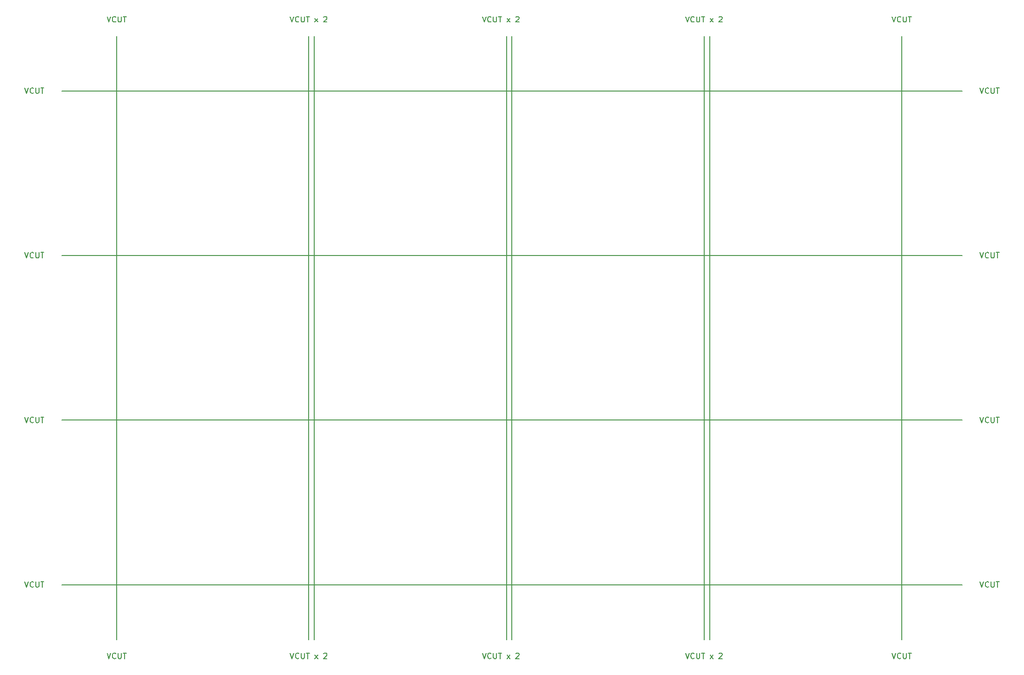
<source format=gbr>
G04 #@! TF.GenerationSoftware,KiCad,Pcbnew,5.1.5-52549c5~84~ubuntu19.04.1*
G04 #@! TF.CreationDate,2020-02-24T15:22:40-06:00*
G04 #@! TF.ProjectId,LeashPCB,4c656173-6850-4434-922e-6b696361645f,rev?*
G04 #@! TF.SameCoordinates,Original*
G04 #@! TF.FileFunction,Other,ECO1*
%FSLAX46Y46*%
G04 Gerber Fmt 4.6, Leading zero omitted, Abs format (unit mm)*
G04 Created by KiCad (PCBNEW 5.1.5-52549c5~84~ubuntu19.04.1) date 2020-02-24 15:22:40*
%MOMM*%
%LPD*%
G04 APERTURE LIST*
%ADD10C,0.150000*%
G04 APERTURE END LIST*
D10*
X234499047Y-153552380D02*
X234832380Y-154552380D01*
X235165714Y-153552380D01*
X236070476Y-154457142D02*
X236022857Y-154504761D01*
X235880000Y-154552380D01*
X235784761Y-154552380D01*
X235641904Y-154504761D01*
X235546666Y-154409523D01*
X235499047Y-154314285D01*
X235451428Y-154123809D01*
X235451428Y-153980952D01*
X235499047Y-153790476D01*
X235546666Y-153695238D01*
X235641904Y-153600000D01*
X235784761Y-153552380D01*
X235880000Y-153552380D01*
X236022857Y-153600000D01*
X236070476Y-153647619D01*
X236499047Y-153552380D02*
X236499047Y-154361904D01*
X236546666Y-154457142D01*
X236594285Y-154504761D01*
X236689523Y-154552380D01*
X236880000Y-154552380D01*
X236975238Y-154504761D01*
X237022857Y-154457142D01*
X237070476Y-154361904D01*
X237070476Y-153552380D01*
X237403809Y-153552380D02*
X237975238Y-153552380D01*
X237689523Y-154552380D02*
X237689523Y-153552380D01*
X238975238Y-154552380D02*
X239499047Y-153885714D01*
X238975238Y-153885714D02*
X239499047Y-154552380D01*
X240594285Y-153647619D02*
X240641904Y-153600000D01*
X240737142Y-153552380D01*
X240975238Y-153552380D01*
X241070476Y-153600000D01*
X241118095Y-153647619D01*
X241165714Y-153742857D01*
X241165714Y-153838095D01*
X241118095Y-153980952D01*
X240546666Y-154552380D01*
X241165714Y-154552380D01*
X197499047Y-153552380D02*
X197832380Y-154552380D01*
X198165714Y-153552380D01*
X199070476Y-154457142D02*
X199022857Y-154504761D01*
X198880000Y-154552380D01*
X198784761Y-154552380D01*
X198641904Y-154504761D01*
X198546666Y-154409523D01*
X198499047Y-154314285D01*
X198451428Y-154123809D01*
X198451428Y-153980952D01*
X198499047Y-153790476D01*
X198546666Y-153695238D01*
X198641904Y-153600000D01*
X198784761Y-153552380D01*
X198880000Y-153552380D01*
X199022857Y-153600000D01*
X199070476Y-153647619D01*
X199499047Y-153552380D02*
X199499047Y-154361904D01*
X199546666Y-154457142D01*
X199594285Y-154504761D01*
X199689523Y-154552380D01*
X199880000Y-154552380D01*
X199975238Y-154504761D01*
X200022857Y-154457142D01*
X200070476Y-154361904D01*
X200070476Y-153552380D01*
X200403809Y-153552380D02*
X200975238Y-153552380D01*
X200689523Y-154552380D02*
X200689523Y-153552380D01*
X201975238Y-154552380D02*
X202499047Y-153885714D01*
X201975238Y-153885714D02*
X202499047Y-154552380D01*
X203594285Y-153647619D02*
X203641904Y-153600000D01*
X203737142Y-153552380D01*
X203975238Y-153552380D01*
X204070476Y-153600000D01*
X204118095Y-153647619D01*
X204165714Y-153742857D01*
X204165714Y-153838095D01*
X204118095Y-153980952D01*
X203546666Y-154552380D01*
X204165714Y-154552380D01*
X129141904Y-153552380D02*
X129475238Y-154552380D01*
X129808571Y-153552380D01*
X130713333Y-154457142D02*
X130665714Y-154504761D01*
X130522857Y-154552380D01*
X130427619Y-154552380D01*
X130284761Y-154504761D01*
X130189523Y-154409523D01*
X130141904Y-154314285D01*
X130094285Y-154123809D01*
X130094285Y-153980952D01*
X130141904Y-153790476D01*
X130189523Y-153695238D01*
X130284761Y-153600000D01*
X130427619Y-153552380D01*
X130522857Y-153552380D01*
X130665714Y-153600000D01*
X130713333Y-153647619D01*
X131141904Y-153552380D02*
X131141904Y-154361904D01*
X131189523Y-154457142D01*
X131237142Y-154504761D01*
X131332380Y-154552380D01*
X131522857Y-154552380D01*
X131618095Y-154504761D01*
X131665714Y-154457142D01*
X131713333Y-154361904D01*
X131713333Y-153552380D01*
X132046666Y-153552380D02*
X132618095Y-153552380D01*
X132332380Y-154552380D02*
X132332380Y-153552380D01*
X272141904Y-153552380D02*
X272475238Y-154552380D01*
X272808571Y-153552380D01*
X273713333Y-154457142D02*
X273665714Y-154504761D01*
X273522857Y-154552380D01*
X273427619Y-154552380D01*
X273284761Y-154504761D01*
X273189523Y-154409523D01*
X273141904Y-154314285D01*
X273094285Y-154123809D01*
X273094285Y-153980952D01*
X273141904Y-153790476D01*
X273189523Y-153695238D01*
X273284761Y-153600000D01*
X273427619Y-153552380D01*
X273522857Y-153552380D01*
X273665714Y-153600000D01*
X273713333Y-153647619D01*
X274141904Y-153552380D02*
X274141904Y-154361904D01*
X274189523Y-154457142D01*
X274237142Y-154504761D01*
X274332380Y-154552380D01*
X274522857Y-154552380D01*
X274618095Y-154504761D01*
X274665714Y-154457142D01*
X274713333Y-154361904D01*
X274713333Y-153552380D01*
X275046666Y-153552380D02*
X275618095Y-153552380D01*
X275332380Y-154552380D02*
X275332380Y-153552380D01*
X162499047Y-153552380D02*
X162832380Y-154552380D01*
X163165714Y-153552380D01*
X164070476Y-154457142D02*
X164022857Y-154504761D01*
X163880000Y-154552380D01*
X163784761Y-154552380D01*
X163641904Y-154504761D01*
X163546666Y-154409523D01*
X163499047Y-154314285D01*
X163451428Y-154123809D01*
X163451428Y-153980952D01*
X163499047Y-153790476D01*
X163546666Y-153695238D01*
X163641904Y-153600000D01*
X163784761Y-153552380D01*
X163880000Y-153552380D01*
X164022857Y-153600000D01*
X164070476Y-153647619D01*
X164499047Y-153552380D02*
X164499047Y-154361904D01*
X164546666Y-154457142D01*
X164594285Y-154504761D01*
X164689523Y-154552380D01*
X164880000Y-154552380D01*
X164975238Y-154504761D01*
X165022857Y-154457142D01*
X165070476Y-154361904D01*
X165070476Y-153552380D01*
X165403809Y-153552380D02*
X165975238Y-153552380D01*
X165689523Y-154552380D02*
X165689523Y-153552380D01*
X166975238Y-154552380D02*
X167499047Y-153885714D01*
X166975238Y-153885714D02*
X167499047Y-154552380D01*
X168594285Y-153647619D02*
X168641904Y-153600000D01*
X168737142Y-153552380D01*
X168975238Y-153552380D01*
X169070476Y-153600000D01*
X169118095Y-153647619D01*
X169165714Y-153742857D01*
X169165714Y-153838095D01*
X169118095Y-153980952D01*
X168546666Y-154552380D01*
X169165714Y-154552380D01*
X272141904Y-37552380D02*
X272475238Y-38552380D01*
X272808571Y-37552380D01*
X273713333Y-38457142D02*
X273665714Y-38504761D01*
X273522857Y-38552380D01*
X273427619Y-38552380D01*
X273284761Y-38504761D01*
X273189523Y-38409523D01*
X273141904Y-38314285D01*
X273094285Y-38123809D01*
X273094285Y-37980952D01*
X273141904Y-37790476D01*
X273189523Y-37695238D01*
X273284761Y-37600000D01*
X273427619Y-37552380D01*
X273522857Y-37552380D01*
X273665714Y-37600000D01*
X273713333Y-37647619D01*
X274141904Y-37552380D02*
X274141904Y-38361904D01*
X274189523Y-38457142D01*
X274237142Y-38504761D01*
X274332380Y-38552380D01*
X274522857Y-38552380D01*
X274618095Y-38504761D01*
X274665714Y-38457142D01*
X274713333Y-38361904D01*
X274713333Y-37552380D01*
X275046666Y-37552380D02*
X275618095Y-37552380D01*
X275332380Y-38552380D02*
X275332380Y-37552380D01*
X234499047Y-37552380D02*
X234832380Y-38552380D01*
X235165714Y-37552380D01*
X236070476Y-38457142D02*
X236022857Y-38504761D01*
X235880000Y-38552380D01*
X235784761Y-38552380D01*
X235641904Y-38504761D01*
X235546666Y-38409523D01*
X235499047Y-38314285D01*
X235451428Y-38123809D01*
X235451428Y-37980952D01*
X235499047Y-37790476D01*
X235546666Y-37695238D01*
X235641904Y-37600000D01*
X235784761Y-37552380D01*
X235880000Y-37552380D01*
X236022857Y-37600000D01*
X236070476Y-37647619D01*
X236499047Y-37552380D02*
X236499047Y-38361904D01*
X236546666Y-38457142D01*
X236594285Y-38504761D01*
X236689523Y-38552380D01*
X236880000Y-38552380D01*
X236975238Y-38504761D01*
X237022857Y-38457142D01*
X237070476Y-38361904D01*
X237070476Y-37552380D01*
X237403809Y-37552380D02*
X237975238Y-37552380D01*
X237689523Y-38552380D02*
X237689523Y-37552380D01*
X238975238Y-38552380D02*
X239499047Y-37885714D01*
X238975238Y-37885714D02*
X239499047Y-38552380D01*
X240594285Y-37647619D02*
X240641904Y-37600000D01*
X240737142Y-37552380D01*
X240975238Y-37552380D01*
X241070476Y-37600000D01*
X241118095Y-37647619D01*
X241165714Y-37742857D01*
X241165714Y-37838095D01*
X241118095Y-37980952D01*
X240546666Y-38552380D01*
X241165714Y-38552380D01*
X197499047Y-37552380D02*
X197832380Y-38552380D01*
X198165714Y-37552380D01*
X199070476Y-38457142D02*
X199022857Y-38504761D01*
X198880000Y-38552380D01*
X198784761Y-38552380D01*
X198641904Y-38504761D01*
X198546666Y-38409523D01*
X198499047Y-38314285D01*
X198451428Y-38123809D01*
X198451428Y-37980952D01*
X198499047Y-37790476D01*
X198546666Y-37695238D01*
X198641904Y-37600000D01*
X198784761Y-37552380D01*
X198880000Y-37552380D01*
X199022857Y-37600000D01*
X199070476Y-37647619D01*
X199499047Y-37552380D02*
X199499047Y-38361904D01*
X199546666Y-38457142D01*
X199594285Y-38504761D01*
X199689523Y-38552380D01*
X199880000Y-38552380D01*
X199975238Y-38504761D01*
X200022857Y-38457142D01*
X200070476Y-38361904D01*
X200070476Y-37552380D01*
X200403809Y-37552380D02*
X200975238Y-37552380D01*
X200689523Y-38552380D02*
X200689523Y-37552380D01*
X201975238Y-38552380D02*
X202499047Y-37885714D01*
X201975238Y-37885714D02*
X202499047Y-38552380D01*
X203594285Y-37647619D02*
X203641904Y-37600000D01*
X203737142Y-37552380D01*
X203975238Y-37552380D01*
X204070476Y-37600000D01*
X204118095Y-37647619D01*
X204165714Y-37742857D01*
X204165714Y-37838095D01*
X204118095Y-37980952D01*
X203546666Y-38552380D01*
X204165714Y-38552380D01*
X162499047Y-37552380D02*
X162832380Y-38552380D01*
X163165714Y-37552380D01*
X164070476Y-38457142D02*
X164022857Y-38504761D01*
X163880000Y-38552380D01*
X163784761Y-38552380D01*
X163641904Y-38504761D01*
X163546666Y-38409523D01*
X163499047Y-38314285D01*
X163451428Y-38123809D01*
X163451428Y-37980952D01*
X163499047Y-37790476D01*
X163546666Y-37695238D01*
X163641904Y-37600000D01*
X163784761Y-37552380D01*
X163880000Y-37552380D01*
X164022857Y-37600000D01*
X164070476Y-37647619D01*
X164499047Y-37552380D02*
X164499047Y-38361904D01*
X164546666Y-38457142D01*
X164594285Y-38504761D01*
X164689523Y-38552380D01*
X164880000Y-38552380D01*
X164975238Y-38504761D01*
X165022857Y-38457142D01*
X165070476Y-38361904D01*
X165070476Y-37552380D01*
X165403809Y-37552380D02*
X165975238Y-37552380D01*
X165689523Y-38552380D02*
X165689523Y-37552380D01*
X166975238Y-38552380D02*
X167499047Y-37885714D01*
X166975238Y-37885714D02*
X167499047Y-38552380D01*
X168594285Y-37647619D02*
X168641904Y-37600000D01*
X168737142Y-37552380D01*
X168975238Y-37552380D01*
X169070476Y-37600000D01*
X169118095Y-37647619D01*
X169165714Y-37742857D01*
X169165714Y-37838095D01*
X169118095Y-37980952D01*
X168546666Y-38552380D01*
X169165714Y-38552380D01*
X129141904Y-37552380D02*
X129475238Y-38552380D01*
X129808571Y-37552380D01*
X130713333Y-38457142D02*
X130665714Y-38504761D01*
X130522857Y-38552380D01*
X130427619Y-38552380D01*
X130284761Y-38504761D01*
X130189523Y-38409523D01*
X130141904Y-38314285D01*
X130094285Y-38123809D01*
X130094285Y-37980952D01*
X130141904Y-37790476D01*
X130189523Y-37695238D01*
X130284761Y-37600000D01*
X130427619Y-37552380D01*
X130522857Y-37552380D01*
X130665714Y-37600000D01*
X130713333Y-37647619D01*
X131141904Y-37552380D02*
X131141904Y-38361904D01*
X131189523Y-38457142D01*
X131237142Y-38504761D01*
X131332380Y-38552380D01*
X131522857Y-38552380D01*
X131618095Y-38504761D01*
X131665714Y-38457142D01*
X131713333Y-38361904D01*
X131713333Y-37552380D01*
X132046666Y-37552380D02*
X132618095Y-37552380D01*
X132332380Y-38552380D02*
X132332380Y-37552380D01*
X288141904Y-80552380D02*
X288475238Y-81552380D01*
X288808571Y-80552380D01*
X289713333Y-81457142D02*
X289665714Y-81504761D01*
X289522857Y-81552380D01*
X289427619Y-81552380D01*
X289284761Y-81504761D01*
X289189523Y-81409523D01*
X289141904Y-81314285D01*
X289094285Y-81123809D01*
X289094285Y-80980952D01*
X289141904Y-80790476D01*
X289189523Y-80695238D01*
X289284761Y-80600000D01*
X289427619Y-80552380D01*
X289522857Y-80552380D01*
X289665714Y-80600000D01*
X289713333Y-80647619D01*
X290141904Y-80552380D02*
X290141904Y-81361904D01*
X290189523Y-81457142D01*
X290237142Y-81504761D01*
X290332380Y-81552380D01*
X290522857Y-81552380D01*
X290618095Y-81504761D01*
X290665714Y-81457142D01*
X290713333Y-81361904D01*
X290713333Y-80552380D01*
X291046666Y-80552380D02*
X291618095Y-80552380D01*
X291332380Y-81552380D02*
X291332380Y-80552380D01*
X288141904Y-140552380D02*
X288475238Y-141552380D01*
X288808571Y-140552380D01*
X289713333Y-141457142D02*
X289665714Y-141504761D01*
X289522857Y-141552380D01*
X289427619Y-141552380D01*
X289284761Y-141504761D01*
X289189523Y-141409523D01*
X289141904Y-141314285D01*
X289094285Y-141123809D01*
X289094285Y-140980952D01*
X289141904Y-140790476D01*
X289189523Y-140695238D01*
X289284761Y-140600000D01*
X289427619Y-140552380D01*
X289522857Y-140552380D01*
X289665714Y-140600000D01*
X289713333Y-140647619D01*
X290141904Y-140552380D02*
X290141904Y-141361904D01*
X290189523Y-141457142D01*
X290237142Y-141504761D01*
X290332380Y-141552380D01*
X290522857Y-141552380D01*
X290618095Y-141504761D01*
X290665714Y-141457142D01*
X290713333Y-141361904D01*
X290713333Y-140552380D01*
X291046666Y-140552380D02*
X291618095Y-140552380D01*
X291332380Y-141552380D02*
X291332380Y-140552380D01*
X288141904Y-50552380D02*
X288475238Y-51552380D01*
X288808571Y-50552380D01*
X289713333Y-51457142D02*
X289665714Y-51504761D01*
X289522857Y-51552380D01*
X289427619Y-51552380D01*
X289284761Y-51504761D01*
X289189523Y-51409523D01*
X289141904Y-51314285D01*
X289094285Y-51123809D01*
X289094285Y-50980952D01*
X289141904Y-50790476D01*
X289189523Y-50695238D01*
X289284761Y-50600000D01*
X289427619Y-50552380D01*
X289522857Y-50552380D01*
X289665714Y-50600000D01*
X289713333Y-50647619D01*
X290141904Y-50552380D02*
X290141904Y-51361904D01*
X290189523Y-51457142D01*
X290237142Y-51504761D01*
X290332380Y-51552380D01*
X290522857Y-51552380D01*
X290618095Y-51504761D01*
X290665714Y-51457142D01*
X290713333Y-51361904D01*
X290713333Y-50552380D01*
X291046666Y-50552380D02*
X291618095Y-50552380D01*
X291332380Y-51552380D02*
X291332380Y-50552380D01*
X288141904Y-110552380D02*
X288475238Y-111552380D01*
X288808571Y-110552380D01*
X289713333Y-111457142D02*
X289665714Y-111504761D01*
X289522857Y-111552380D01*
X289427619Y-111552380D01*
X289284761Y-111504761D01*
X289189523Y-111409523D01*
X289141904Y-111314285D01*
X289094285Y-111123809D01*
X289094285Y-110980952D01*
X289141904Y-110790476D01*
X289189523Y-110695238D01*
X289284761Y-110600000D01*
X289427619Y-110552380D01*
X289522857Y-110552380D01*
X289665714Y-110600000D01*
X289713333Y-110647619D01*
X290141904Y-110552380D02*
X290141904Y-111361904D01*
X290189523Y-111457142D01*
X290237142Y-111504761D01*
X290332380Y-111552380D01*
X290522857Y-111552380D01*
X290618095Y-111504761D01*
X290665714Y-111457142D01*
X290713333Y-111361904D01*
X290713333Y-110552380D01*
X291046666Y-110552380D02*
X291618095Y-110552380D01*
X291332380Y-111552380D02*
X291332380Y-110552380D01*
X114141904Y-140552380D02*
X114475238Y-141552380D01*
X114808571Y-140552380D01*
X115713333Y-141457142D02*
X115665714Y-141504761D01*
X115522857Y-141552380D01*
X115427619Y-141552380D01*
X115284761Y-141504761D01*
X115189523Y-141409523D01*
X115141904Y-141314285D01*
X115094285Y-141123809D01*
X115094285Y-140980952D01*
X115141904Y-140790476D01*
X115189523Y-140695238D01*
X115284761Y-140600000D01*
X115427619Y-140552380D01*
X115522857Y-140552380D01*
X115665714Y-140600000D01*
X115713333Y-140647619D01*
X116141904Y-140552380D02*
X116141904Y-141361904D01*
X116189523Y-141457142D01*
X116237142Y-141504761D01*
X116332380Y-141552380D01*
X116522857Y-141552380D01*
X116618095Y-141504761D01*
X116665714Y-141457142D01*
X116713333Y-141361904D01*
X116713333Y-140552380D01*
X117046666Y-140552380D02*
X117618095Y-140552380D01*
X117332380Y-141552380D02*
X117332380Y-140552380D01*
X114141904Y-110552380D02*
X114475238Y-111552380D01*
X114808571Y-110552380D01*
X115713333Y-111457142D02*
X115665714Y-111504761D01*
X115522857Y-111552380D01*
X115427619Y-111552380D01*
X115284761Y-111504761D01*
X115189523Y-111409523D01*
X115141904Y-111314285D01*
X115094285Y-111123809D01*
X115094285Y-110980952D01*
X115141904Y-110790476D01*
X115189523Y-110695238D01*
X115284761Y-110600000D01*
X115427619Y-110552380D01*
X115522857Y-110552380D01*
X115665714Y-110600000D01*
X115713333Y-110647619D01*
X116141904Y-110552380D02*
X116141904Y-111361904D01*
X116189523Y-111457142D01*
X116237142Y-111504761D01*
X116332380Y-111552380D01*
X116522857Y-111552380D01*
X116618095Y-111504761D01*
X116665714Y-111457142D01*
X116713333Y-111361904D01*
X116713333Y-110552380D01*
X117046666Y-110552380D02*
X117618095Y-110552380D01*
X117332380Y-111552380D02*
X117332380Y-110552380D01*
X114141904Y-80552380D02*
X114475238Y-81552380D01*
X114808571Y-80552380D01*
X115713333Y-81457142D02*
X115665714Y-81504761D01*
X115522857Y-81552380D01*
X115427619Y-81552380D01*
X115284761Y-81504761D01*
X115189523Y-81409523D01*
X115141904Y-81314285D01*
X115094285Y-81123809D01*
X115094285Y-80980952D01*
X115141904Y-80790476D01*
X115189523Y-80695238D01*
X115284761Y-80600000D01*
X115427619Y-80552380D01*
X115522857Y-80552380D01*
X115665714Y-80600000D01*
X115713333Y-80647619D01*
X116141904Y-80552380D02*
X116141904Y-81361904D01*
X116189523Y-81457142D01*
X116237142Y-81504761D01*
X116332380Y-81552380D01*
X116522857Y-81552380D01*
X116618095Y-81504761D01*
X116665714Y-81457142D01*
X116713333Y-81361904D01*
X116713333Y-80552380D01*
X117046666Y-80552380D02*
X117618095Y-80552380D01*
X117332380Y-81552380D02*
X117332380Y-80552380D01*
X114141904Y-50552380D02*
X114475238Y-51552380D01*
X114808571Y-50552380D01*
X115713333Y-51457142D02*
X115665714Y-51504761D01*
X115522857Y-51552380D01*
X115427619Y-51552380D01*
X115284761Y-51504761D01*
X115189523Y-51409523D01*
X115141904Y-51314285D01*
X115094285Y-51123809D01*
X115094285Y-50980952D01*
X115141904Y-50790476D01*
X115189523Y-50695238D01*
X115284761Y-50600000D01*
X115427619Y-50552380D01*
X115522857Y-50552380D01*
X115665714Y-50600000D01*
X115713333Y-50647619D01*
X116141904Y-50552380D02*
X116141904Y-51361904D01*
X116189523Y-51457142D01*
X116237142Y-51504761D01*
X116332380Y-51552380D01*
X116522857Y-51552380D01*
X116618095Y-51504761D01*
X116665714Y-51457142D01*
X116713333Y-51361904D01*
X116713333Y-50552380D01*
X117046666Y-50552380D02*
X117618095Y-50552380D01*
X117332380Y-51552380D02*
X117332380Y-50552380D01*
X284880000Y-141100000D02*
X120880000Y-141100000D01*
X273880000Y-41100000D02*
X273880000Y-151100000D01*
X284880000Y-51100000D02*
X120880000Y-51100000D01*
X120880000Y-81100000D02*
X284880000Y-81100000D01*
X284880000Y-111100000D02*
X120880000Y-111100000D01*
X238880000Y-41100000D02*
X238880000Y-151100000D01*
X237880000Y-151100000D02*
X237880000Y-41100000D01*
X202880000Y-41100000D02*
X202880000Y-151100000D01*
X201880000Y-151100000D02*
X201880000Y-41100000D01*
X166880000Y-41100000D02*
X166880000Y-151100000D01*
X165880000Y-151100000D02*
X165880000Y-41100000D01*
X130880000Y-41100000D02*
X130880000Y-151100000D01*
M02*

</source>
